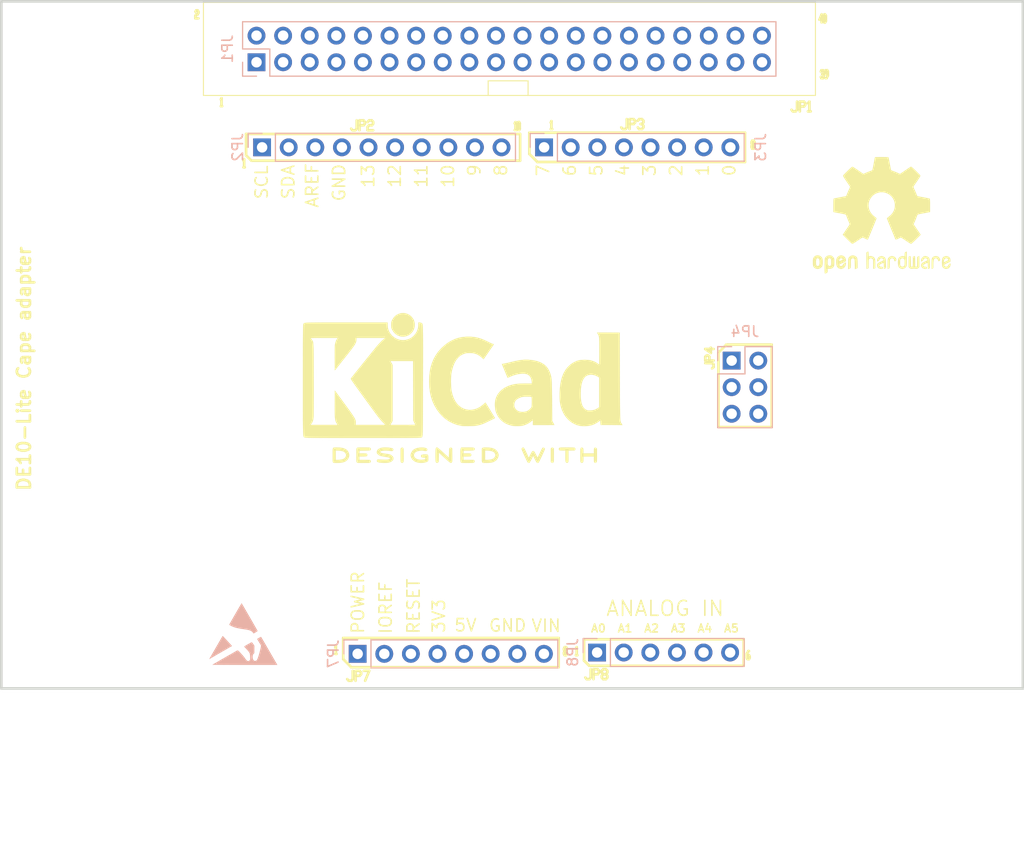
<source format=kicad_pcb>
(kicad_pcb (version 20211014) (generator pcbnew)
  (title_block (title "DECA RETRO CAPE 2") (date "2022-03-10") (rev "${VERSION}") (company "Hard Team Deca") (comment 2 "2022 Somhic <@somhic at telegram>") (comment 3 "License: CC-BY-SA v4.0"))
  (layers (0 "F.Cu" signal) (31 "B.Cu" signal) (34 "B.Paste" user) (35 "F.Paste" user) (36 "B.SilkS" user "B.Silkscreen") (37 "F.SilkS" user "F.Silkscreen") (38 "B.Mask" user) (39 "F.Mask" user) (44 "Edge.Cuts" user))
  (property "VERSION" "0.90")
  (net 0 "")
  (net 1 "GND")
  (net 2 "+3V3")
  (net 3 "/A3")
  (net 4 "/A2")
  (net 5 "/A1")
  (net 6 "/A0")
  (net 7 "/A10")
  (net 8 "/BA1")
  (net 9 "/BA0")
  (net 10 "/nCS0")
  (net 11 "/nRAS")
  (net 12 "/nCAS")
  (net 13 "/A4")
  (net 14 "/nWE")
  (net 15 "/A6")
  (net 16 "/A5")
  (net 17 "/A8")
  (net 18 "/A7")
  (net 19 "/A11")
  (net 20 "/A9")
  (net 21 "/CLK")
  (net 22 "/A12")
  (net 23 "/DQ9")
  (net 24 "/DQ10")
  (net 25 "/DQ11")
  (net 26 "/DQ12")
  (net 27 "/DQ13")
  (net 28 "/DQ15")
  (net 29 "/DQ14")
  (net 30 "/DQ7")
  (net 31 "/DQ6")
  (net 32 "/DQ5")
  (net 33 "/DQ4")
  (net 34 "/DQ3")
  (net 35 "/DQ2")
  (net 36 "/DQ1")
  (net 37 "/DQ0")
  (net 38 "/DQ8")
  (net 58 "/DETO4")
  (net 73 "/DETO1")
  (net 74 "/DETO2")
  (net 76 "/DETO3_JOY_MUX")
  (footprint "Symbol:OSHW-Logo2_14.6x12mm_SilkScreen" (layer "F.Cu") (at 167.64 73.025)
    (fp_text reference "LO2" hide)
    (fp_text value "OSHW-Logo2_14.6x12mm_SilkScreen" hide)
  )
  (footprint "MountingHole:MountingHole_3mm" (layer "F.Cu") (at 86.766 56.17)
    (fp_text reference "H3" hide)
    (fp_text value "MountingHole" hide)
    (pad "" np_thru_hole circle (at 0 0) (size 3 3) (drill 3) (layers *.Cu *.Mask))
  )
  (footprint "MountingHole:MountingHole_3mm" (layer "F.Cu") (at 165.735 114.183)
    (fp_text reference "H1" hide)
    (fp_text value "MountingHole" hide)
    (pad "" np_thru_hole circle (at 0 0) (size 3 3) (drill 3) (layers *.Cu *.Mask))
  )
  (footprint "MountingHole:MountingHole_3mm" (layer "F.Cu") (at 177.876 56.017)
    (fp_text reference "H4" hide)
    (fp_text value "MountingHole" hide)
    (pad "" np_thru_hole circle (at 0 0) (size 3 3) (drill 3) (layers *.Cu *.Mask))
  )
  (footprint "Symbol:KiCad-Logo2_12mm_SilkScreen" (layer "F.Cu") (at 127.620108 88.302106)
    (fp_text reference "LO1" hide)
    (fp_text value "KiCad-Logo2_12mm_SilkScreen" hide)
  )
  (footprint "MountingHole:MountingHole_3mm" (layer "F.Cu") (at 96.977 114.209)
    (fp_text reference "H2" hide)
    (fp_text value "MountingHole" hide)
    (pad "" np_thru_hole circle (at 0 0) (size 3 3) (drill 3) (layers *.Cu *.Mask))
  )
  (footprint "Connector_PinHeader_2.54mm:PinHeader_1x06_P2.54mm_Vertical" (layer "B.Cu") (at 140.467 114.808 -90)
    (fp_text reference "JP8" (at 0 2.33 90) (layer "B.SilkS") (effects (justify mirror)))
    (fp_text value "Conn_01x06" hide)
    (pad "1" thru_hole rect (at 0 0 270) (size 1.7 1.7) (drill 1) (layers *.Cu *.Mask) (net 73 "/DETO1"))
    (pad "2" thru_hole oval (at 0 -2.54 270) (size 1.7 1.7) (drill 1) (layers *.Cu *.Mask) (net 74 "/DETO2"))
    (pad "3" thru_hole oval (at 0 -5.08 270) (size 1.7 1.7) (drill 1) (layers *.Cu *.Mask) (net 76 "/DETO3_JOY_MUX"))
    (pad "4" thru_hole oval (at 0 -7.62 270) (size 1.7 1.7) (drill 1) (layers *.Cu *.Mask) (net 58 "/DETO4"))
    (pad "5" thru_hole oval (at 0 -10.16 270) (size 1.7 1.7) (drill 1) (layers *.Cu *.Mask) (net 1 "GND"))
    (pad "6" thru_hole oval (at 0 -12.7 270) (size 1.7 1.7) (drill 1) (layers *.Cu *.Mask) (net 2 "+3V3"))
  )
  (footprint "Connector_PinHeader_2.54mm:PinHeader_1x10_P2.54mm_Vertical" (layer "B.Cu") (at 108.483 66.548 -90)
    (fp_text reference "JP2" (at 0 2.33 90) (layer "B.SilkS") (effects (justify mirror)))
    (fp_text value "PinHeader_1x10_P2.54mm_Vertical" hide)
    (pad "1" thru_hole rect (at 0 0 270) (size 1.7 1.7) (drill 1) (layers *.Cu *.Mask))
    (pad "2" thru_hole oval (at 0 -2.54 270) (size 1.7 1.7) (drill 1) (layers *.Cu *.Mask))
    (pad "3" thru_hole oval (at 0 -5.08 270) (size 1.7 1.7) (drill 1) (layers *.Cu *.Mask))
    (pad "4" thru_hole oval (at 0 -7.62 270) (size 1.7 1.7) (drill 1) (layers *.Cu *.Mask))
    (pad "5" thru_hole oval (at 0 -10.16 270) (size 1.7 1.7) (drill 1) (layers *.Cu *.Mask))
    (pad "6" thru_hole oval (at 0 -12.7 270) (size 1.7 1.7) (drill 1) (layers *.Cu *.Mask))
    (pad "7" thru_hole oval (at 0 -15.24 270) (size 1.7 1.7) (drill 1) (layers *.Cu *.Mask))
    (pad "8" thru_hole oval (at 0 -17.78 270) (size 1.7 1.7) (drill 1) (layers *.Cu *.Mask))
    (pad "9" thru_hole oval (at 0 -20.32 270) (size 1.7 1.7) (drill 1) (layers *.Cu *.Mask))
    (pad "10" thru_hole oval (at 0 -22.86 270) (size 1.7 1.7) (drill 1) (layers *.Cu *.Mask))
  )
  (footprint "Connector_PinSocket_2.54mm:PinSocket_2x03_P2.54mm_Vertical" (layer "B.Cu") (at 153.314 86.919 180)
    (fp_text reference "JP4" (at -1.27 2.77) (layer "B.SilkS") (effects (justify mirror)))
    (fp_text value "Conn_02x03_Odd_Even" hide)
    (pad "1" thru_hole rect (at 0 0 180) (size 1.7 1.7) (drill 1) (layers *.Cu *.Mask))
    (pad "2" thru_hole oval (at -2.54 0 180) (size 1.7 1.7) (drill 1) (layers *.Cu *.Mask))
    (pad "3" thru_hole oval (at 0 -2.54 180) (size 1.7 1.7) (drill 1) (layers *.Cu *.Mask))
    (pad "4" thru_hole oval (at -2.54 -2.54 180) (size 1.7 1.7) (drill 1) (layers *.Cu *.Mask))
    (pad "5" thru_hole oval (at 0 -5.08 180) (size 1.7 1.7) (drill 1) (layers *.Cu *.Mask))
    (pad "6" thru_hole oval (at -2.54 -5.08 180) (size 1.7 1.7) (drill 1) (layers *.Cu *.Mask))
  )
  (footprint "Connector_PinHeader_2.54mm:PinHeader_1x08_P2.54mm_Vertical" (layer "B.Cu") (at 135.407 66.548 -90)
    (fp_text reference "JP3" (at 0 -20.676 90) (layer "B.SilkS") (effects (justify mirror)))
    (fp_text value "PinHeader_1x08_P2.54mm_Vertical" hide)
    (pad "1" thru_hole rect (at 0 0 270) (size 1.7 1.7) (drill 1) (layers F&B.Cu *.Mask))
    (pad "2" thru_hole oval (at 0 -2.54 270) (size 1.7 1.7) (drill 1) (layers F&B.Cu *.Mask))
    (pad "3" thru_hole oval (at 0 -5.08 270) (size 1.7 1.7) (drill 1) (layers F&B.Cu *.Mask))
    (pad "4" thru_hole oval (at 0 -7.62 270) (size 1.7 1.7) (drill 1) (layers F&B.Cu *.Mask))
    (pad "5" thru_hole oval (at 0 -10.16 270) (size 1.7 1.7) (drill 1) (layers F&B.Cu *.Mask))
    (pad "6" thru_hole oval (at 0 -12.7 270) (size 1.7 1.7) (drill 1) (layers F&B.Cu *.Mask))
    (pad "7" thru_hole oval (at 0 -15.24 270) (size 1.7 1.7) (drill 1) (layers F&B.Cu *.Mask))
    (pad "8" thru_hole oval (at 0 -17.78 270) (size 1.7 1.7) (drill 1) (layers F&B.Cu *.Mask))
  )
  (footprint "Symbol:ESD-Logo_6.6x6mm_SilkScreen" (layer "B.Cu") (at 106.68 113.03 180)
    (fp_text reference "LO4" hide)
    (fp_text value "ESD-Logo_6.6x6mm_SilkScreen" hide)
  )
  (footprint "Connector_PinHeader_2.54mm:PinHeader_1x08_P2.54mm_Vertical" (layer "B.Cu") (at 117.607 114.935 -90)
    (fp_text reference "JP7" (at 0 2.33 90) (layer "B.SilkS") (effects (justify mirror)))
    (fp_text value "PinHeader_1x08_P2.54mm_Vertical" hide)
    (pad "1" thru_hole rect (at 0 0 270) (size 1.7 1.7) (drill 1) (layers *.Cu *.Mask))
    (pad "2" thru_hole oval (at 0 -2.54 270) (size 1.7 1.7) (drill 1) (layers *.Cu *.Mask))
    (pad "3" thru_hole oval (at 0 -5.08 270) (size 1.7 1.7) (drill 1) (layers *.Cu *.Mask))
    (pad "4" thru_hole oval (at 0 -7.62 270) (size 1.7 1.7) (drill 1) (layers *.Cu *.Mask))
    (pad "5" thru_hole oval (at 0 -10.16 270) (size 1.7 1.7) (drill 1) (layers *.Cu *.Mask))
    (pad "6" thru_hole oval (at 0 -12.7 270) (size 1.7 1.7) (drill 1) (layers *.Cu *.Mask))
    (pad "7" thru_hole oval (at 0 -15.24 270) (size 1.7 1.7) (drill 1) (layers *.Cu *.Mask))
    (pad "8" thru_hole oval (at 0 -17.78 270) (size 1.7 1.7) (drill 1) (layers *.Cu *.Mask))
  )
  (footprint "Connector_PinSocket_2.54mm:PinSocket_2x20_P2.54mm_Vertical" (layer "B.Cu") (at 107.95 58.42 -90)
    (fp_text reference "JP1" (at -1.27 2.77 90) (layer "B.SilkS") (effects (justify mirror)))
    (fp_text value "Conn_02x20_Odd_Even" hide)
    (pad "1" thru_hole rect (at 0 0 270) (size 1.7 1.7) (drill 1) (layers *.Cu *.Mask) (net 37 "/DQ0"))
    (pad "2" thru_hole oval (at -2.54 0 270) (size 1.7 1.7) (drill 1) (layers *.Cu *.Mask) (net 36 "/DQ1"))
    (pad "3" thru_hole oval (at 0 -2.54 270) (size 1.7 1.7) (drill 1) (layers *.Cu *.Mask) (net 35 "/DQ2"))
    (pad "4" thru_hole oval (at -2.54 -2.54 270) (size 1.7 1.7) (drill 1) (layers *.Cu *.Mask) (net 34 "/DQ3"))
    (pad "5" thru_hole oval (at 0 -5.08 270) (size 1.7 1.7) (drill 1) (layers *.Cu *.Mask) (net 33 "/DQ4"))
    (pad "6" thru_hole oval (at -2.54 -5.08 270) (size 1.7 1.7) (drill 1) (layers *.Cu *.Mask) (net 32 "/DQ5"))
    (pad "7" thru_hole oval (at 0 -7.62 270) (size 1.7 1.7) (drill 1) (layers *.Cu *.Mask) (net 31 "/DQ6"))
    (pad "8" thru_hole oval (at -2.54 -7.62 270) (size 1.7 1.7) (drill 1) (layers *.Cu *.Mask) (net 30 "/DQ7"))
    (pad "9" thru_hole oval (at 0 -10.16 270) (size 1.7 1.7) (drill 1) (layers *.Cu *.Mask) (net 29 "/DQ14"))
    (pad "10" thru_hole oval (at -2.54 -10.16 270) (size 1.7 1.7) (drill 1) (layers *.Cu *.Mask) (net 28 "/DQ15"))
    (pad "11" thru_hole oval (at 0 -12.7 270) (size 1.7 1.7) (drill 1) (layers *.Cu *.Mask))
    (pad "12" thru_hole oval (at -2.54 -12.7 270) (size 1.7 1.7) (drill 1) (layers *.Cu *.Mask) (net 1 "GND"))
    (pad "13" thru_hole oval (at 0 -15.24 270) (size 1.7 1.7) (drill 1) (layers *.Cu *.Mask) (net 27 "/DQ13"))
    (pad "14" thru_hole oval (at -2.54 -15.24 270) (size 1.7 1.7) (drill 1) (layers *.Cu *.Mask) (net 26 "/DQ12"))
    (pad "15" thru_hole oval (at 0 -17.78 270) (size 1.7 1.7) (drill 1) (layers *.Cu *.Mask) (net 25 "/DQ11"))
    (pad "16" thru_hole oval (at -2.54 -17.78 270) (size 1.7 1.7) (drill 1) (layers *.Cu *.Mask) (net 24 "/DQ10"))
    (pad "17" thru_hole oval (at 0 -20.32 270) (size 1.7 1.7) (drill 1) (layers *.Cu *.Mask) (net 23 "/DQ9"))
    (pad "18" thru_hole oval (at -2.54 -20.32 270) (size 1.7 1.7) (drill 1) (layers *.Cu *.Mask) (net 38 "/DQ8"))
    (pad "19" thru_hole oval (at 0 -22.86 270) (size 1.7 1.7) (drill 1) (layers *.Cu *.Mask) (net 22 "/A12"))
    (pad "20" thru_hole oval (at -2.54 -22.86 270) (size 1.7 1.7) (drill 1) (layers *.Cu *.Mask) (net 21 "/CLK"))
    (pad "21" thru_hole oval (at 0 -25.4 270) (size 1.7 1.7) (drill 1) (layers *.Cu *.Mask) (net 20 "/A9"))
    (pad "22" thru_hole oval (at -2.54 -25.4 270) (size 1.7 1.7) (drill 1) (layers *.Cu *.Mask) (net 19 "/A11"))
    (pad "23" thru_hole oval (at 0 -27.94 270) (size 1.7 1.7) (drill 1) (layers *.Cu *.Mask) (net 18 "/A7"))
    (pad "24" thru_hole oval (at -2.54 -27.94 270) (size 1.7 1.7) (drill 1) (layers *.Cu *.Mask) (net 17 "/A8"))
    (pad "25" thru_hole oval (at 0 -30.48 270) (size 1.7 1.7) (drill 1) (layers *.Cu *.Mask) (net 16 "/A5"))
    (pad "26" thru_hole oval (at -2.54 -30.48 270) (size 1.7 1.7) (drill 1) (layers *.Cu *.Mask) (net 15 "/A6"))
    (pad "27" thru_hole oval (at 0 -33.02 270) (size 1.7 1.7) (drill 1) (layers *.Cu *.Mask) (net 14 "/nWE"))
    (pad "28" thru_hole oval (at -2.54 -33.02 270) (size 1.7 1.7) (drill 1) (layers *.Cu *.Mask) (net 13 "/A4"))
    (pad "29" thru_hole oval (at 0 -35.56 270) (size 1.7 1.7) (drill 1) (layers *.Cu *.Mask))
    (pad "30" thru_hole oval (at -2.54 -35.56 270) (size 1.7 1.7) (drill 1) (layers *.Cu *.Mask) (net 1 "GND"))
    (pad "31" thru_hole oval (at 0 -38.1 270) (size 1.7 1.7) (drill 1) (layers *.Cu *.Mask) (net 12 "/nCAS"))
    (pad "32" thru_hole oval (at -2.54 -38.1 270) (size 1.7 1.7) (drill 1) (layers *.Cu *.Mask) (net 11 "/nRAS"))
    (pad "33" thru_hole oval (at 0 -40.64 270) (size 1.7 1.7) (drill 1) (layers *.Cu *.Mask) (net 10 "/nCS0"))
    (pad "34" thru_hole oval (at -2.54 -40.64 270) (size 1.7 1.7) (drill 1) (layers *.Cu *.Mask) (net 9 "/BA0"))
    (pad "35" thru_hole oval (at 0 -43.18 270) (size 1.7 1.7) (drill 1) (layers *.Cu *.Mask) (net 8 "/BA1"))
    (pad "36" thru_hole oval (at -2.54 -43.18 270) (size 1.7 1.7) (drill 1) (layers *.Cu *.Mask) (net 7 "/A10"))
    (pad "37" thru_hole oval (at 0 -45.72 270) (size 1.7 1.7) (drill 1) (layers *.Cu *.Mask) (net 6 "/A0"))
    (pad "38" thru_hole oval (at -2.54 -45.72 270) (size 1.7 1.7) (drill 1) (layers *.Cu *.Mask) (net 5 "/A1"))
    (pad "39" thru_hole oval (at 0 -48.26 270) (size 1.7 1.7) (drill 1) (layers *.Cu *.Mask) (net 4 "/A2"))
    (pad "40" thru_hole oval (at -2.54 -48.26 270) (size 1.7 1.7) (drill 1) (layers *.Cu *.Mask) (net 3 "/A3"))
  )
  (gr_line (start 141.442 116.559) (end 141.302 116.403) (layer "F.SilkS") (width 0.254))
  (gr_line (start 136.796 116.215) (end 116.988 116.215) (layer "F.SilkS") (width 0.254))
  (gr_line (start 161.312 52.705) (end 102.882 52.705) (layer "F.SilkS") (width 0.1))
  (gr_line (start 162.493 59.308) (end 162.431 59.183) (layer "F.SilkS") (width 0.254))
  (gr_line (start 138.443 114.429) (end 138.521 114.305) (layer "F.SilkS") (width 0.254))
  (gr_line (start 151.587 87.536) (end 151.587 87.288) (layer "F.SilkS") (width 0.254))
  (gr_line (start 117.14 117.348) (end 117.14 116.556) (layer "F.SilkS") (width 0.254))
  (gr_line (start 151.447 87.661) (end 151.587 87.536) (layer "F.SilkS") (width 0.254))
  (gr_line (start 162.306 53.979) (end 162.306 54.476) (layer "F.SilkS") (width 0.254))
  (gr_line (start 151.587 86.915) (end 150.794 86.915) (layer "F.SilkS") (width 0.254))
  (gr_line (start 139.469 117.351) (end 139.733 117.351) (layer "F.SilkS") (width 0.254))
  (gr_line (start 141.053 116.403) (end 140.914 116.559) (layer "F.SilkS") (width 0.254))
  (gr_line (start 161.7 54.352) (end 161.902 53.855) (layer "F.SilkS") (width 0.254))
  (gr_line (start 154.585 67.946) (end 134.761 67.946) (layer "F.SilkS") (width 0.254))
  (gr_line (start 117.516 64.767) (end 117.516 63.975) (layer "F.SilkS") (width 0.254))
  (gr_line (start 136.042 64.807) (end 136.182 64.807) (layer "F.SilkS") (width 0.254))
  (gr_line (start 102.12 53.59) (end 102.198 53.466) (layer "F.SilkS") (width 0.254))
  (gr_line (start 162.089 59.432) (end 162.027 59.556) (layer "F.SilkS") (width 0.254))
  (gr_line (start 139.344 117.196) (end 139.469 117.351) (layer "F.SilkS") (width 0.254))
  (gr_line (start 151.058 86.433) (end 151.183 86.558) (layer "F.SilkS") (width 0.254))
  (gr_line (start 154.461 113.543) (end 154.461 116.076) (layer "F.SilkS") (width 0.254))
  (gr_line (start 155.424 66.299) (end 155.486 66.423) (layer "F.SilkS") (width 0.254))
  (gr_line (start 154.762 114.938) (end 154.902 114.674) (layer "F.SilkS") (width 0.254))
  (gr_line (start 106.704 67.821) (end 106.766 67.697) (layer "F.SilkS") (width 0.254))
  (gr_line (start 132.944 64.139) (end 133.021 64.139) (layer "F.SilkS") (width 0.254))
  (gr_line (start 143.3 64.645) (end 143.3 63.853) (layer "F.SilkS") (width 0.254))
  (gr_line (start 141.442 117.196) (end 141.302 117.351) (layer "F.SilkS") (width 0.254))
  (gr_line (start 136.105 64.046) (end 136.105 64.807) (layer "F.SilkS") (width 0.254))
  (gr_line (start 102.882 61.591) (end 161.312 61.591) (layer "F.SilkS") (width 0.1))
  (gr_line (start 161.965 54.352) (end 161.7 54.352) (layer "F.SilkS") (width 0.254))
  (gr_line (start 137.573 114.429) (end 137.511 114.305) (layer "F.SilkS") (width 0.254))
  (gr_line (start 155.486 66.035) (end 155.424 65.91) (layer "F.SilkS") (width 0.254))
  (gr_line (start 139.733 117.351) (end 139.857 117.196) (layer "F.SilkS") (width 0.254))
  (gr_line (start 141.053 116.885) (end 141.302 116.885) (layer "F.SilkS") (width 0.254))
  (gr_line (start 141.302 117.351) (end 141.053 117.351) (layer "F.SilkS") (width 0.254))
  (gr_line (start 119.085 64.13) (end 119.085 64.285) (layer "F.SilkS") (width 0.254))
  (gr_line (start 140.914 117.196) (end 140.914 117.04) (layer "F.SilkS") (width 0.254))
  (gr_line (start 151.447 87.163) (end 150.794 87.163) (layer "F.SilkS") (width 0.254))
  (gr_line (start 139.857 117.196) (end 139.857 116.403) (layer "F.SilkS") (width 0.254))
  (gr_line (start 152.053 93.269) (end 157.133 93.269) (layer "F.SilkS") (width 0.254))
  (gr_line (start 155.424 66.299) (end 155.486 66.174) (layer "F.SilkS") (width 0.254))
  (gr_line (start 155.222 66.174) (end 155.284 66.299) (layer "F.SilkS") (width 0.254))
  (gr_line (start 139.717 116.076) (end 139.22 115.578) (layer "F.SilkS") (width 0.254))
  (gr_line (start 160.209 62.182) (end 160.333 62.337) (layer "F.SilkS") (width 0.254))
  (gr_line (start 159.821 63.114) (end 159.821 62.182) (layer "F.SilkS") (width 0.254))
  (gr_line (start 150.794 85.812) (end 151.587 85.812) (layer "F.SilkS") (width 0.254))
  (gr_line (start 155.424 65.91) (end 155.284 65.91) (layer "F.SilkS") (width 0.254))
  (gr_line (start 154.902 114.674) (end 154.964 114.674) (layer "F.SilkS") (width 0.254))
  (gr_line (start 162.493 59.696) (end 162.493 59.308) (layer "F.SilkS") (width 0.254))
  (gr_line (start 118.168 64.441) (end 117.78 64.441) (layer "F.SilkS") (width 0.254))
  (gr_line (start 141.442 116.714) (end 141.442 116.559) (layer "F.SilkS") (width 0.254))
  (gr_line (start 159.028 62.959) (end 159.153 63.114) (layer "F.SilkS") (width 0.254))
  (gr_line (start 136.796 113.419) (end 136.796 116.215) (layer "F.SilkS") (width 0.254))
  (gr_line (start 132.602 64.901) (end 132.742 64.901) (layer "F.SilkS") (width 0.254))
  (gr_line (start 115.466 114.305) (end 115.528 114.18) (layer "F.SilkS") (width 0.254))
  (gr_line (start 118.293 64.13) (end 118.293 64.285) (layer "F.SilkS") (width 0.254))
  (gr_line (start 132.944 64.901) (end 132.881 64.776) (layer "F.SilkS") (width 0.254))
  (gr_line (start 117.376 64.922) (end 117.516 64.767) (layer "F.SilkS") (width 0.254))
  (gr_line (start 141.442 117.04) (end 141.442 117.196) (layer "F.SilkS") (width 0.254))
  (gr_line (start 102.12 54.227) (end 102.4 54.227) (layer "F.SilkS") (width 0.254))
  (gr_line (start 116.987 64.767) (end 117.112 64.922) (layer "F.SilkS") (width 0.254))
  (gr_line (start 155.026 115.311) (end 154.964 115.435) (layer "F.SilkS") (width 0.254))
  (gr_line (start 150.794 86.915) (end 150.794 86.558) (layer "F.SilkS") (width 0.254))
  (gr_line (start 150.794 86.558) (end 150.934 86.433) (layer "F.SilkS") (width 0.254))
  (gr_line (start 162.368 59.945) (end 162.493 59.696) (layer "F.SilkS") (width 0.254))
  (gr_line (start 102.322 53.855) (end 102.198 53.855) (layer "F.SilkS") (width 0.254))
  (gr_line (start 141.302 116.403) (end 141.053 116.403) (layer "F.SilkS") (width 0.254))
  (gr_line (start 159.556 62.959) (end 159.556 62.182) (layer "F.SilkS") (width 0.254))
  (gr_line (start 162.027 59.945) (end 161.887 59.945) (layer "F.SilkS") (width 0.254))
  (gr_line (start 154.461 116.076) (end 139.717 116.076) (layer "F.SilkS") (width 0.254))
  (gr_line (start 137.371 114.677) (end 137.511 114.677) (layer "F.SilkS") (width 0.254))
  (gr_line (start 118.168 63.975) (end 118.293 64.13) (layer "F.SilkS") (width 0.254))
  (gr_line (start 142.772 64.645) (end 142.912 64.8) (layer "F.SilkS") (width 0.254))
  (gr_line (start 130.069 60.193) (end 130.069 61.6) (layer "F.SilkS") (width 0.1))
  (gr_line (start 144.357 64.008) (end 144.481 63.853) (layer "F.SilkS") (width 0.254))
  (gr_line (start 150.934 86.433) (end 151.058 86.433) (layer "F.SilkS") (width 0.254))
  (gr_line (start 144.093 64.008) (end 144.093 64.163) (layer "F.SilkS") (width 0.254))
  (gr_line (start 132.679 64.139) (end 132.679 64.901) (layer "F.SilkS") (width 0.254))
  (gr_line (start 115.528 114.18) (end 115.528 114.942) (layer "F.SilkS") (width 0.254))
  (gr_line (start 137.511 114.677) (end 137.573 114.553) (layer "F.SilkS") (width 0.254))
  (gr_line (start 132.602 64.264) (end 132.679 64.139) (layer "F.SilkS") (width 0.254))
  (gr_line (start 106.704 68.458) (end 106.828 68.458) (layer "F.SilkS") (width 0.254))
  (gr_line (start 160.333 62.492) (end 160.209 62.648) (layer "F.SilkS") (width 0.254))
  (gr_line (start 118.696 63.975) (end 118.96 63.975) (layer "F.SilkS") (width 0.254))
  (gr_line (start 162.291 59.183) (end 162.229 59.308) (layer "F.SilkS") (width 0.254))
  (gr_line (start 117.792 117.037) (end 117.404 117.037) (layer "F.SilkS") (width 0.254))
  (gr_line (start 104.606 61.856) (end 104.606 62.617) (layer "F.SilkS") (width 0.254))
  (gr_line (start 116.611 117.348) (end 116.751 117.503) (layer "F.SilkS") (width 0.254))
  (gr_line (start 154.762 115.062) (end 154.964 115.062) (layer "F.SilkS") (width 0.254))
  (gr_line (start 162.027 59.183) (end 162.089 59.308) (layer "F.SilkS") (width 0.254))
  (gr_line (start 116.227 115.439) (end 116.227 113.419) (layer "F.SilkS") (width 0.254))
  (gr_line (start 162.229 53.855) (end 162.306 53.979) (layer "F.SilkS") (width 0.254))
  (gr_line (start 133.876 60.193) (end 130.069 60.193) (layer "F.SilkS") (width 0.1))
  (gr_line (start 152.053 86.154) (end 152.053 93.269) (layer "F.SilkS") (width 0.254))
  (gr_line (start 155.284 66.672) (end 155.222 66.547) (layer "F.SilkS") (width 0.254))
  (gr_line (start 162.167 53.855) (end 162.229 53.855) (layer "F.SilkS") (width 0.254))
  (gr_line (start 138.443 115.066) (end 138.583 115.066) (layer "F.SilkS") (width 0.254))
  (gr_line (start 157.133 85.392) (end 152.814 85.392) (layer "F.SilkS") (width 0.254))
  (gr_line (start 160.737 62.182) (end 160.737 63.114) (layer "F.SilkS") (width 0.254))
  (gr_line (start 160.333 62.337) (end 160.333 62.492) (layer "F.SilkS") (width 0.254))
  (gr_line (start 136.042 64.186) (end 136.105 64.046) (layer "F.SilkS") (width 0.254))
  (gr_line (start 133.114 67.821) (end 133.114 65.273) (layer "F.SilkS") (width 0.254))
  (gr_line (start 106.952 65.273) (end 106.952 67.309) (layer "F.SilkS") (width 0.254))
  (gr_line (start 133.114 65.273) (end 106.952 65.273) (layer "F.SilkS") (width 0.254))
  (gr_line (start 151.322 86.185) (end 150.794 85.812) (layer "F.SilkS") (width 0.254))
  (gr_line (start 151.587 87.288) (end 151.447 87.163) (layer "F.SilkS") (width 0.254))
  (gr_line (start 151.183 86.558) (end 151.183 86.915) (layer "F.SilkS") (width 0.254))
  (gr_line (start 116.751 117.503) (end 117.015 117.503) (layer "F.SilkS") (width 0.254))
  (gr_line (start 144.885 64.008) (end 144.885 64.163) (layer "F.SilkS") (width 0.254))
  (gr_line (start 151.322 85.687) (end 151.322 86.185) (layer "F.SilkS") (width 0.254))
  (gr_line (start 155.222 66.035) (end 155.222 66.174) (layer "F.SilkS") (width 0.254))
  (gr_line (start 152.814 85.392) (end 152.053 86.154) (layer "F.SilkS") (width 0.254))
  (gr_line (start 159.821 62.182) (end 160.209 62.182) (layer "F.SilkS") (width 0.254))
  (gr_line (start 162.027 59.556) (end 162.089 59.696) (layer "F.SilkS") (width 0.254))
  (gr_line (start 117.78 64.922) (end 117.78 63.975) (layer "F.SilkS") (width 0.254))
  (gr_line (start 139.22 115.578) (end 139.22 113.543) (layer "F.SilkS") (width 0.254))
  (gr_line (start 102.198 53.855) (end 102.12 53.979) (layer "F.SilkS") (width 0.254))
  (gr_line (start 118.196 116.556) (end 118.709 116.556) (layer "F.SilkS") (width 0.254))
  (gr_line (start 160.597 63.114) (end 160.862 63.114) (layer "F.SilkS") (width 0.254))
  (gr_line (start 162.291 59.945) (end 162.368 59.945) (layer "F.SilkS") (width 0.254))
  (gr_line (start 118.96 63.975) (end 119.085 64.13) (layer "F.SilkS") (width 0.254))
  (gr_line (start 155.284 65.91) (end 155.222 66.035) (layer "F.SilkS") (width 0.254))
  (gr_line (start 117.932 116.727) (end 117.932 116.882) (layer "F.SilkS") (width 0.254))
  (gr_line (start 162.089 59.696) (end 162.089 59.82) (layer "F.SilkS") (width 0.254))
  (gr_line (start 137.309 114.942) (end 137.309 114.817) (layer "F.SilkS") (width 0.254))
  (gr_line (start 143.953 64.319) (end 143.564 64.319) (layer "F.SilkS") (width 0.254))
  (gr_line (start 160.597 62.337) (end 160.737 62.182) (layer "F.SilkS") (width 0.254))
  (gr_line (start 118.557 64.13) (end 118.696 63.975) (layer "F.SilkS") (width 0.254))
  (gr_line (start 144.481 64.8) (end 144.357 64.645) (layer "F.SilkS") (width 0.254))
  (gr_line (start 117.404 117.503) (end 117.404 116.556) (layer "F.SilkS") (width 0.254))
  (gr_line (start 155.222 66.547) (end 155.222 66.423) (layer "F.SilkS") (width 0.254))
  (gr_line (start 102.4 53.59) (end 102.4 53.715) (layer "F.SilkS") (width 0.254))
  (gr_line (start 138.521 114.305) (end 138.521 115.066) (layer "F.SilkS") (width 0.254))
  (gr_line (start 162.104 54.476) (end 162.104 53.979) (layer "F.SilkS") (width 0.254))
  (gr_line (start 118.96 64.441) (end 118.696 64.441) (layer "F.SilkS") (width 0.254))
  (gr_line (start 137.573 114.817) (end 137.573 114.942) (layer "F.SilkS") (width 0.254))
  (gr_line (start 155.424 66.672) (end 155.284 66.672) (layer "F.SilkS") (width 0.254))
  (gr_line (start 159.153 63.114) (end 159.417 63.114) (layer "F.SilkS") (width 0.254))
  (gr_line (start 144.885 64.49) (end 144.885 64.645) (layer "F.SilkS") (width 0.254))
  (gr_line (start 140.121 117.351) (end 140.121 116.403) (layer "F.SilkS") (width 0.254))
  (gr_line (start 144.745 64.8) (end 144.481 64.8) (layer "F.SilkS") (width 0.254))
  (gr_line (start 143.176 64.8) (end 143.3 64.645) (layer "F.SilkS") (width 0.254))
  (gr_line (start 161.312 61.591) (end 161.312 52.705) (layer "F.SilkS") (width 0.1))
  (gr_line (start 117.112 64.922) (end 117.376 64.922) (layer "F.SilkS") (width 0.254))
  (gr_line (start 102.198 53.466) (end 102.322 53.466) (layer "F.SilkS") (width 0.254))
  (gr_line (start 118.709 116.556) (end 118.32 117.503) (layer "F.SilkS") (width 0.254))
  (gr_line (start 143.953 63.853) (end 144.093 64.008) (layer "F.SilkS") (width 0.254))
  (gr_line (start 133.083 64.776) (end 133.021 64.901) (layer "F.SilkS") (width 0.254))
  (gr_line (start 162.167 54.616) (end 162.104 54.476) (layer "F.SilkS") (width 0.254))
  (gr_line (start 162.306 54.476) (end 162.229 54.616) (layer "F.SilkS") (width 0.254))
  (gr_line (start 162.089 59.82) (end 162.027 59.945) (layer "F.SilkS") (width 0.254))
  (gr_line (start 118.557 64.922) (end 119.085 64.922) (layer "F.SilkS") (width 0.254))
  (gr_line (start 118.696 64.441) (end 118.557 64.612) (layer "F.SilkS") (width 0.254))
  (gr_line (start 107.465 67.821) (end 133.114 67.821) (layer "F.SilkS") (width 0.254))
  (gr_line (start 116.227 113.419) (end 136.796 113.419) (layer "F.SilkS") (width 0.254))
  (gr_line (start 104.544 61.98) (end 104.606 61.856) (layer "F.SilkS") (width 0.254))
  (gr_line (start 117.932 116.882) (end 117.792 117.037) (layer "F.SilkS") (width 0.254))
  (gr_line (start 116.864 116.076) (end 116.227 115.439) (layer "F.SilkS") (width 0.254))
  (gr_line (start 144.093 64.163) (end 143.953 64.319) (layer "F.SilkS") (width 0.254))
  (gr_line (start 132.881 64.264) (end 132.944 64.139) (layer "F.SilkS") (width 0.254))
  (gr_line (start 154.824 115.435) (end 154.762 115.311) (layer "F.SilkS") (width 0.254))
  (gr_line (start 140.65 116.714) (end 140.525 116.885) (layer "F.SilkS") (width 0.254))
  (gr_line (start 133.021 64.139) (end 133.083 64.264) (layer "F.SilkS") (width 0.254))
  (gr_line (start 159.417 63.114) (end 159.556 62.959) (layer "F.SilkS") (width 0.254))
  (gr_line (start 162.027 59.556) (end 161.949 59.556) (layer "F.SilkS") (width 0.254))
  (gr_line (start 140.525 116.885) (end 140.121 116.885) (layer "F.SilkS") (width 0.254))
  (gr_line (start 155.486 66.423) (end 155.486 66.547) (layer "F.SilkS") (width 0.254))
  (gr_line (start 140.121 116.403) (end 140.525 116.403) (layer "F.SilkS") (width 0.254))
  (gr_line (start 154.585 65.149) (end 154.585 67.946) (layer "F.SilkS") (width 0.254))
  (gr_line (start 137.371 115.066) (end 137.309 114.942) (layer "F.SilkS") (width 0.254))
  (gr_line (start 134.761 67.946) (end 134.637 67.821) (layer "F.SilkS") (width 0.254))
  (gr_line (start 144.481 63.853) (end 144.745 63.853) (layer "F.SilkS") (width 0.254))
  (gr_line (start 134 65.149) (end 154.585 65.149) (layer "F.SilkS") (width 0.254))
  (gr_line (start 161.902 53.855) (end 161.902 54.616) (layer "F.SilkS") (width 0.254))
  (gr_line (start 144.885 64.163) (end 144.745 64.319) (layer "F.SilkS") (width 0.254))
  (gr_line (start 117.015 117.503) (end 117.14 117.348) (layer "F.SilkS") (width 0.254))
  (gr_line (start 137.309 114.429) (end 137.309 114.553) (layer "F.SilkS") (width 0.254))
  (gr_line (start 102.4 53.715) (end 102.322 53.855) (layer "F.SilkS") (width 0.254))
  (gr_line (start 140.65 116.559) (end 140.65 116.714) (layer "F.SilkS") (width 0.254))
  (gr_line (start 117.78 63.975) (end 118.168 63.975) (layer "F.SilkS") (width 0.254))
  (gr_line (start 106.766 67.697) (end 106.766 68.458) (layer "F.SilkS") (width 0.254))
  (gr_line (start 118.557 64.612) (end 118.557 64.922) (layer "F.SilkS") (width 0.254))
  (gr_line (start 161.825 59.308) (end 161.887 59.183) (layer "F.SilkS") (width 0.254))
  (gr_line (start 161.887 59.945) (end 161.825 59.82) (layer "F.SilkS") (width 0.254))
  (gr_line (start 137.573 114.942) (end 137.511 115.066) (layer "F.SilkS") (width 0.254))
  (gr_line (start 154.964 115.062) (end 155.026 115.186) (layer "F.SilkS") (width 0.254))
  (gr_line (start 137.511 114.305) (end 137.371 114.305) (layer "F.SilkS") (width 0.254))
  (gr_line (start 137.511 114.677) (end 137.573 114.817) (layer "F.SilkS") (width 0.254))
  (gr_line (start 161.887 59.183) (end 162.027 59.183) (layer "F.SilkS") (width 0.254))
  (gr_line (start 141.302 116.885) (end 141.442 116.714) (layer "F.SilkS") (width 0.254))
  (gr_line (start 137.371 114.305) (end 137.309 114.429) (layer "F.SilkS") (width 0.254))
  (gr_line (start 141.302 116.885) (end 141.442 117.04) (layer "F.SilkS") (width 0.254))
  (gr_line (start 140.914 116.559) (end 140.914 116.714) (layer "F.SilkS") (width 0.254))
  (gr_line (start 140.914 117.04) (end 141.053 116.885) (layer "F.SilkS") (width 0.254))
  (gr_line (start 106.952 67.309) (end 107.465 67.821) (layer "F.SilkS") (width 0.254))
  (gr_line (start 115.466 114.942) (end 115.59 114.942) (layer "F.SilkS") (width 0.254))
  (gr_line (start 141.053 117.351) (end 140.914 117.196) (layer "F.SilkS") (width 0.254))
  (gr_line (start 144.745 64.319) (end 144.885 64.49) (layer "F.SilkS") (width 0.254))
  (gr_line (start 139.22 113.543) (end 154.461 113.543) (layer "F.SilkS") (width 0.254))
  (gr_line (start 104.544 62.617) (end 104.668 62.617) (layer "F.SilkS") (width 0.254))
  (gr_line (start 155.486 66.174) (end 155.486 66.035) (layer "F.SilkS") (width 0.254))
  (gr_line (start 133.083 64.264) (end 133.083 64.776) (layer "F.SilkS") (width 0.254))
  (gr_line (start 144.745 64.319) (end 144.621 64.319) (layer "F.SilkS") (width 0.254))
  (gr_line (start 117.404 116.556) (end 117.792 116.556) (layer "F.SilkS") (width 0.254))
  (gr_line (start 119.085 64.285) (end 118.96 64.441) (layer "F.SilkS") (width 0.254))
  (gr_line (start 137.573 114.553) (end 137.573 114.429) (layer "F.SilkS") (width 0.254))
  (gr_line (start 144.745 63.853) (end 144.885 64.008) (layer "F.SilkS") (width 0.254))
  (gr_line (start 143.564 63.853) (end 143.953 63.853) (layer "F.SilkS") (width 0.254))
  (gr_line (start 155.222 66.423) (end 155.284 66.299) (layer "F.SilkS") (width 0.254))
  (gr_line (start 144.885 64.645) (end 144.745 64.8) (layer "F.SilkS") (width 0.254))
  (gr_line (start 162.229 59.432) (end 162.291 59.556) (layer "F.SilkS") (width 0.254))
  (gr_line (start 162.229 54.616) (end 162.167 54.616) (layer "F.SilkS") (width 0.254))
  (gr_line (start 162.089 59.308) (end 162.089 59.432) (layer "F.SilkS") (width 0.254))
  (gr_line (start 137.309 114.817) (end 137.371 114.677) (layer "F.SilkS") (width 0.254))
  (gr_line (start 154.964 115.435) (end 154.824 115.435) (layer "F.SilkS") (width 0.254))
  (gr_line (start 140.914 116.714) (end 141.053 116.885) (layer "F.SilkS") (width 0.254))
  (gr_line (start 154.762 115.311) (end 154.762 114.938) (layer "F.SilkS") (width 0.254))
  (gr_line (start 137.511 115.066) (end 137.371 115.066) (layer "F.SilkS") (width 0.254))
  (gr_line (start 155.026 115.186) (end 155.026 115.311) (layer "F.SilkS") (width 0.254))
  (gr_line (start 102.882 52.705) (end 102.882 61.591) (layer "F.SilkS") (width 0.1))
  (gr_line (start 102.322 53.466) (end 102.4 53.59) (layer "F.SilkS") (width 0.254))
  (gr_line (start 162.431 59.183) (end 162.291 59.183) (layer "F.SilkS") (width 0.254))
  (gr_line (start 118.293 64.285) (end 118.168 64.441) (layer "F.SilkS") (width 0.254))
  (gr_line (start 102.12 53.979) (end 102.12 54.227) (layer "F.SilkS") (width 0.254))
  (gr_line (start 134 67.184) (end 134 65.149) (layer "F.SilkS") (width 0.254))
  (gr_line (start 133.021 64.901) (end 132.944 64.901) (layer "F.SilkS") (width 0.254))
  (gr_line (start 140.525 116.403) (end 140.65 116.559) (layer "F.SilkS") (width 0.254))
  (gr_line (start 133.876 61.6) (end 133.876 60.193) (layer "F.SilkS") (width 0.1))
  (gr_line (start 132.881 64.776) (end 132.881 64.264) (layer "F.SilkS") (width 0.254))
  (gr_line (start 137.309 114.553) (end 137.371 114.677) (layer "F.SilkS") (width 0.254))
  (gr_line (start 155.284 66.299) (end 155.424 66.299) (layer "F.SilkS") (width 0.254))
  (gr_line (start 162.104 53.979) (end 162.167 53.855) (layer "F.SilkS") (width 0.254))
  (gr_line (start 134.637 67.821) (end 134 67.184) (layer "F.SilkS") (width 0.254))
  (gr_line (start 143.564 64.8) (end 143.564 63.853) (layer "F.SilkS") (width 0.254))
  (gr_line (start 160.209 62.648) (end 159.821 62.648) (layer "F.SilkS") (width 0.254))
  (gr_line (start 157.133 93.269) (end 157.133 85.392) (layer "F.SilkS") (width 0.254))
  (gr_line (start 162.291 59.556) (end 162.493 59.556) (layer "F.SilkS") (width 0.254))
  (gr_line (start 117.792 116.556) (end 117.932 116.727) (layer "F.SilkS") (width 0.254))
  (gr_line (start 155.486 66.547) (end 155.424 66.672) (layer "F.SilkS") (width 0.254))
  (gr_line (start 116.988 116.215) (end 116.864 116.076) (layer "F.SilkS") (width 0.254))
  (gr_line (start 142.912 64.8) (end 143.176 64.8) (layer "F.SilkS") (width 0.254))
  (gr_line (start 162.229 59.308) (end 162.229 59.432) (layer "F.SilkS") (width 0.254))
  (gr_line (start 181.12 118.237) (end 181.12 52.6) (layer "Edge.Cuts") (width 0.254))
  (gr_line (start 181.12 52.6) (end 83.586 52.6) (layer "Edge.Cuts") (width 0.254))
  (gr_line (start 83.586 52.6) (end 83.586 118.237) (layer "Edge.Cuts") (width 0.254))
  (gr_line (start 83.586 118.237) (end 181.12 118.237) (layer "Edge.Cuts") (width 0.254))
  (gr_text "10" (at 126.22 70.5 90) (layer "F.SilkS") (effects (font (size 1.168 1.168) (thickness 0.152)) (justify left)))
  (gr_text "GND" (at 130.048 112.226) (layer "F.SilkS") (effects (font (size 1.168 1.168) (thickness 0.152)) (justify left)))
  (gr_text "6" (at 137.846 69.4 90) (layer "F.SilkS") (effects (font (size 1.168 1.168) (thickness 0.152)) (justify left)))
  (gr_text "IOREF" (at 120.277 113.13 90) (layer "F.SilkS") (effects (font (size 1.168 1.168) (thickness 0.152)) (justify left)))
  (gr_text "A0" (at 139.802 112.5) (layer "F.SilkS") (effects (font (size 0.762 0.762) (thickness 0.152)) (justify left)))
  (gr_text "A3" (at 147.422 112.5) (layer "F.SilkS") (effects (font (size 0.762 0.762) (thickness 0.152)) (justify left)))
  (gr_text "A5" (at 152.502 112.5) (layer "F.SilkS") (effects (font (size 0.762 0.762) (thickness 0.152)) (justify left)))
  (gr_text "0" (at 153.086 69.4 90) (layer "F.SilkS") (effects (font (size 1.168 1.168) (thickness 0.152)) (justify left)))
  (gr_text "A4" (at 149.962 112.5) (layer "F.SilkS") (effects (font (size 0.762 0.762) (thickness 0.152)) (justify left)))
  (gr_text "DE10-Lite Cape adapter" (at 85.75 99.492 90) (layer "F.SilkS") (effects (font (size 1.25 1.25) (thickness 0.254)) (justify left)))
  (gr_text "8" (at 131.28 69.4 90) (layer "F.SilkS") (effects (font (size 1.168 1.168) (thickness 0.152)) (justify left)))
  (gr_text "5V" (at 126.746 112.2) (layer "F.SilkS") (effects (font (size 1.168 1.168) (thickness 0.152)) (justify left)))
  (gr_text "SCL" (at 108.44 71.6 90) (layer "F.SilkS") (effects (font (size 1.168 1.168) (thickness 0.152)) (justify left)))
  (gr_text "3V3" (at 125.357 113.03 90) (layer "F.SilkS") (effects (font (size 1.168 1.168) (thickness 0.152)) (justify left)))
  (gr_text "GND" (at 115.831 71.8 90) (layer "F.SilkS") (effects (font (size 1.168 1.168) (thickness 0.152)) (justify left)))
  (gr_text "3" (at 145.466 69.4 90) (layer "F.SilkS") (effects (font (size 1.168 1.168) (thickness 0.152)) (justify left)))
  (gr_text "RESET" (at 122.941 113.13 90) (layer "F.SilkS") (effects (font (size 1.168 1.168) (thickness 0.152)) (justify left)))
  (gr_text "5" (at 140.386 69.4 90) (layer "F.SilkS") (effects (font (size 1.168 1.168) (thickness 0.152)) (justify left)))
  (gr_text "A2" (at 144.882 112.5) (layer "F.SilkS") (effects (font (size 0.762 0.762) (thickness 0.152)) (justify left)))
  (gr_text "VIN" (at 134.112 112.251) (layer "F.SilkS") (effects (font (size 1.168 1.168) (thickness 0.152)) (justify left)))
  (gr_text "1" (at 150.546 69.4 90) (layer "F.SilkS") (effects (font (size 1.168 1.168) (thickness 0.152)) (justify left)))
  (gr_text "13" (at 118.6 70.5 90) (layer "F.SilkS") (effects (font (size 1.168 1.168) (thickness 0.152)) (justify left)))
  (gr_text "12" (at 121.14 70.5 90) (layer "F.SilkS") (effects (font (size 1.168 1.168) (thickness 0.152)) (justify left)))
  (gr_text "POWER" (at 117.627 113.1 90) (layer "F.SilkS") (effects (font (size 1.168 1.168) (thickness 0.152)) (justify left)))
  (gr_text "11" (at 123.68 70.5 90) (layer "F.SilkS") (effects (font (size 1.168 1.168) (thickness 0.152)) (justify left)))
  (gr_text "AREF" (at 113.266 72.4 90) (layer "F.SilkS") (effects (font (size 1.168 1.168) (thickness 0.152)) (justify left)))
  (gr_text "9" (at 128.74 69.4 90) (layer "F.SilkS") (effects (font (size 1.168 1.168) (thickness 0.152)) (justify left)))
  (gr_text "7" (at 135.306 69.4 90) (layer "F.SilkS") (effects (font (size 1.168 1.168) (thickness 0.152)) (justify left)))
  (gr_text "ANALOG IN" (at 141.24 110.6) (layer "F.SilkS") (effects (font (size 1.422 1.422) (thickness 0.152)) (justify left)))
  (gr_text "4" (at 142.926 69.4 90) (layer "F.SilkS") (effects (font (size 1.168 1.168) (thickness 0.152)) (justify left)))
  (gr_text "A1" (at 142.342 112.5) (layer "F.SilkS") (effects (font (size 0.762 0.762) (thickness 0.152)) (justify left)))
  (gr_text "SDA" (at 110.98 71.6 90) (layer "F.SilkS") (effects (font (size 1.168 1.168) (thickness 0.152)) (justify left)))
  (gr_text "2" (at 148.006 69.4 90) (layer "F.SilkS") (effects (font (size 1.168 1.168) (thickness 0.152)) (justify left)))
)
</source>
